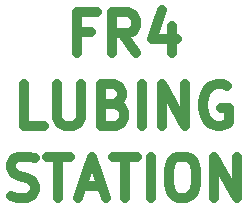
<source format=gbr>
G04 #@! TF.GenerationSoftware,KiCad,Pcbnew,(5.1.8)-1*
G04 #@! TF.CreationDate,2021-02-17T01:33:28+08:00*
G04 #@! TF.ProjectId,LubeStation,4c756265-5374-4617-9469-6f6e2e6b6963,rev?*
G04 #@! TF.SameCoordinates,Original*
G04 #@! TF.FileFunction,Legend,Top*
G04 #@! TF.FilePolarity,Positive*
%FSLAX46Y46*%
G04 Gerber Fmt 4.6, Leading zero omitted, Abs format (unit mm)*
G04 Created by KiCad (PCBNEW (5.1.8)-1) date 2021-02-17 01:33:28*
%MOMM*%
%LPD*%
G01*
G04 APERTURE LIST*
%ADD10C,0.875000*%
G04 APERTURE END LIST*
D10*
X164583333Y36375000D02*
X163416666Y36375000D01*
X163416666Y34541666D02*
X163416666Y38041666D01*
X165083333Y38041666D01*
X168416666Y34541666D02*
X167250000Y36208333D01*
X166416666Y34541666D02*
X166416666Y38041666D01*
X167750000Y38041666D01*
X168083333Y37875000D01*
X168250000Y37708333D01*
X168416666Y37375000D01*
X168416666Y36875000D01*
X168250000Y36541666D01*
X168083333Y36375000D01*
X167750000Y36208333D01*
X166416666Y36208333D01*
X171416666Y36875000D02*
X171416666Y34541666D01*
X170583333Y38208333D02*
X169750000Y35708333D01*
X171916666Y35708333D01*
X160583333Y28416666D02*
X158916666Y28416666D01*
X158916666Y31916666D01*
X161750000Y31916666D02*
X161750000Y29083333D01*
X161916666Y28750000D01*
X162083333Y28583333D01*
X162416666Y28416666D01*
X163083333Y28416666D01*
X163416666Y28583333D01*
X163583333Y28750000D01*
X163750000Y29083333D01*
X163750000Y31916666D01*
X166583333Y30250000D02*
X167083333Y30083333D01*
X167250000Y29916666D01*
X167416666Y29583333D01*
X167416666Y29083333D01*
X167250000Y28750000D01*
X167083333Y28583333D01*
X166750000Y28416666D01*
X165416666Y28416666D01*
X165416666Y31916666D01*
X166583333Y31916666D01*
X166916666Y31750000D01*
X167083333Y31583333D01*
X167250000Y31250000D01*
X167250000Y30916666D01*
X167083333Y30583333D01*
X166916666Y30416666D01*
X166583333Y30250000D01*
X165416666Y30250000D01*
X168916666Y28416666D02*
X168916666Y31916666D01*
X170583333Y28416666D02*
X170583333Y31916666D01*
X172583333Y28416666D01*
X172583333Y31916666D01*
X176083333Y31750000D02*
X175750000Y31916666D01*
X175250000Y31916666D01*
X174750000Y31750000D01*
X174416666Y31416666D01*
X174250000Y31083333D01*
X174083333Y30416666D01*
X174083333Y29916666D01*
X174250000Y29250000D01*
X174416666Y28916666D01*
X174750000Y28583333D01*
X175250000Y28416666D01*
X175583333Y28416666D01*
X176083333Y28583333D01*
X176250000Y28750000D01*
X176250000Y29916666D01*
X175583333Y29916666D01*
X157833333Y22458333D02*
X158333333Y22291666D01*
X159166666Y22291666D01*
X159500000Y22458333D01*
X159666666Y22625000D01*
X159833333Y22958333D01*
X159833333Y23291666D01*
X159666666Y23625000D01*
X159500000Y23791666D01*
X159166666Y23958333D01*
X158500000Y24125000D01*
X158166666Y24291666D01*
X158000000Y24458333D01*
X157833333Y24791666D01*
X157833333Y25125000D01*
X158000000Y25458333D01*
X158166666Y25625000D01*
X158500000Y25791666D01*
X159333333Y25791666D01*
X159833333Y25625000D01*
X160833333Y25791666D02*
X162833333Y25791666D01*
X161833333Y22291666D02*
X161833333Y25791666D01*
X163833333Y23291666D02*
X165500000Y23291666D01*
X163500000Y22291666D02*
X164666666Y25791666D01*
X165833333Y22291666D01*
X166500000Y25791666D02*
X168500000Y25791666D01*
X167500000Y22291666D02*
X167500000Y25791666D01*
X169666666Y22291666D02*
X169666666Y25791666D01*
X172000000Y25791666D02*
X172666666Y25791666D01*
X173000000Y25625000D01*
X173333333Y25291666D01*
X173500000Y24625000D01*
X173500000Y23458333D01*
X173333333Y22791666D01*
X173000000Y22458333D01*
X172666666Y22291666D01*
X172000000Y22291666D01*
X171666666Y22458333D01*
X171333333Y22791666D01*
X171166666Y23458333D01*
X171166666Y24625000D01*
X171333333Y25291666D01*
X171666666Y25625000D01*
X172000000Y25791666D01*
X175000000Y22291666D02*
X175000000Y25791666D01*
X177000000Y22291666D01*
X177000000Y25791666D01*
M02*

</source>
